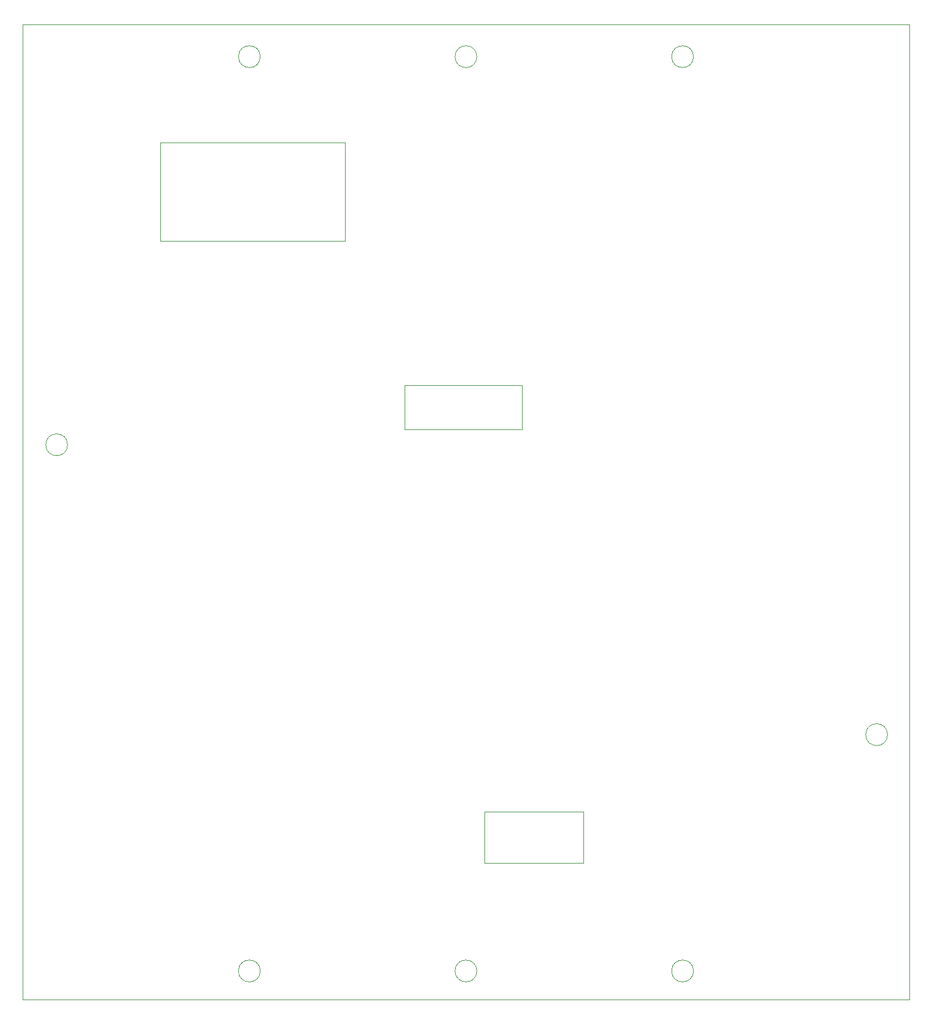
<source format=gbr>
%TF.GenerationSoftware,KiCad,Pcbnew,8.0.2-1*%
%TF.CreationDate,2024-08-10T18:42:26+10:00*%
%TF.ProjectId,UHF-ROTARIES,5548462d-524f-4544-9152-4945532e6b69,rev?*%
%TF.SameCoordinates,Original*%
%TF.FileFunction,Profile,NP*%
%FSLAX46Y46*%
G04 Gerber Fmt 4.6, Leading zero omitted, Abs format (unit mm)*
G04 Created by KiCad (PCBNEW 8.0.2-1) date 2024-08-10 18:42:26*
%MOMM*%
%LPD*%
G01*
G04 APERTURE LIST*
%TA.AperFunction,Profile*%
%ADD10C,0.100000*%
%TD*%
G04 APERTURE END LIST*
D10*
X85000000Y-28100000D02*
X99100000Y-28100000D01*
X99100000Y-35400000D01*
X85000000Y-35400000D01*
X85000000Y-28100000D01*
X19400000Y83600000D02*
X145400000Y83600000D01*
X145400000Y-54768000D01*
X19400000Y-54768000D01*
X19400000Y83600000D01*
X114725000Y79050000D02*
G75*
G02*
X111625000Y79050000I-1550000J0D01*
G01*
X111625000Y79050000D02*
G75*
G02*
X114725000Y79050000I1550000J0D01*
G01*
X25800000Y23950000D02*
G75*
G02*
X22700000Y23950000I-1550000J0D01*
G01*
X22700000Y23950000D02*
G75*
G02*
X25800000Y23950000I1550000J0D01*
G01*
X38950000Y66850000D02*
X65250000Y66850000D01*
X65250000Y52850000D01*
X38950000Y52850000D01*
X38950000Y66850000D01*
X83950000Y79050000D02*
G75*
G02*
X80850000Y79050000I-1550000J0D01*
G01*
X80850000Y79050000D02*
G75*
G02*
X83950000Y79050000I1550000J0D01*
G01*
X142300000Y-17200000D02*
G75*
G02*
X139200000Y-17200000I-1550000J0D01*
G01*
X139200000Y-17200000D02*
G75*
G02*
X142300000Y-17200000I1550000J0D01*
G01*
X83950000Y-50750000D02*
G75*
G02*
X80850000Y-50750000I-1550000J0D01*
G01*
X80850000Y-50750000D02*
G75*
G02*
X83950000Y-50750000I1550000J0D01*
G01*
X73700000Y32400000D02*
X90400000Y32400000D01*
X90400000Y26100000D01*
X73700000Y26100000D01*
X73700000Y32400000D01*
X53175000Y79050000D02*
G75*
G02*
X50075000Y79050000I-1550000J0D01*
G01*
X50075000Y79050000D02*
G75*
G02*
X53175000Y79050000I1550000J0D01*
G01*
X53175000Y-50750000D02*
G75*
G02*
X50075000Y-50750000I-1550000J0D01*
G01*
X50075000Y-50750000D02*
G75*
G02*
X53175000Y-50750000I1550000J0D01*
G01*
X114725000Y-50750000D02*
G75*
G02*
X111625000Y-50750000I-1550000J0D01*
G01*
X111625000Y-50750000D02*
G75*
G02*
X114725000Y-50750000I1550000J0D01*
G01*
M02*

</source>
